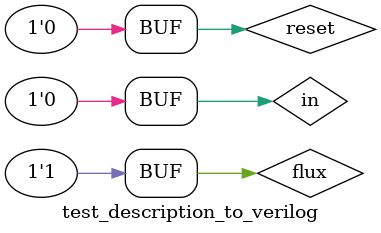
<source format=v>
`timescale 1ns / 1ps

module test_description_to_verilog();
	reg in;
	reg reset;
	reg flux;
	
	wire out;
	wire A,B,C,D,E,F;
	
	description_to_verilog uut(
		.in(in),
		.reset(reset),
		.flux(flux),
		.out(out),
		.A(A),
		.B(B),
		.C(C),
		.D(D),
		.E(E),
		.F(F)
	);
	
	initial begin 
	/*
		//reset the FSM
		in = 1'bx;
		reset = 1'b1;
		flux = 0;
		
		//I will first demonstrate that the pattern is recognized by the FSM, without any incorrect inputs
		//input = 1 A -> B
		#10 
		in = 1'b1;
		reset = 1'b0;
		flux = 1;
		
		//input = 0 B -> C
		#10
		in = 1'b0;
		reset = 1'b0;
		flux = 0;
		
		//input = 1 C -> D
		#10 
		in = 1'b1;
		reset = 1'b0;
		flux = 1;
		
		//input = 1 D -> E
		#10
		in = 1'b1;
		reset = 1'b0;
		flux = 0;
		
		//pattern has been recognized, first output bit of 1 is printed
		#10 
		in = 1'bx;
		reset = 1'b0;
		flux = 1;
		
		//reset the FSM again
		#10 
		in = 1'bx;
		reset = 1'b1;
		flux = 0;
	*/
		//Below I will demonstrate that the FSM will return to state A when at any
		//state before state E, an incorrect input is detected 
		//reset the FSM
		in = 1'bx;
		reset = 1'b1;
		flux = 0;
		
		//input = 0 A -> A (RESET at A)
		#10 
		in = 1'b0;
		reset = 1'b0;
		flux = 1;
		
		//input = 1 A -> B (PROCEED)
		#10 
		in = 1'b1;
		reset = 1'b0;
		flux = 0;
		
		//input = 1 B -> A (RESET at B)
		#10 
		in = 1'b1;
		reset = 1'b0;
		flux = 1;
		
		//input = 1 A -> B (PROCEED)
		#10 
		in = 1'b1;
		reset = 1'b0;
		flux = 0;
		
		//input = 0 B -> C (PROCEED)
		#10 
		in = 1'b0;
		reset = 1'b0;
		flux = 1;
		
		//input = 0 C -> A (RESET at C)
		#10
		in = 1'b0;
		reset = 1'b0;
		flux = 0;

		//input = 1 A -> B (PROCEED)
		#10 
		in = 1'b1;
		reset = 1'b0;
		flux = 0;
		
		//input = 0 B -> C (PROCEED)
		#10 
		in = 1'b0;
		reset = 1'b0;
		flux = 1;
		
		//input = 1 C -> D (PROCEED)
		#10
		in = 1'b1;
		reset = 1'b0;
		flux = 0;
		
		//input = 0 D -> A (RESET at D)
		#10
		in = 1'b0;
		reset = 1'b0;
		flux = 1;
		
		
	end 
endmodule 
</source>
